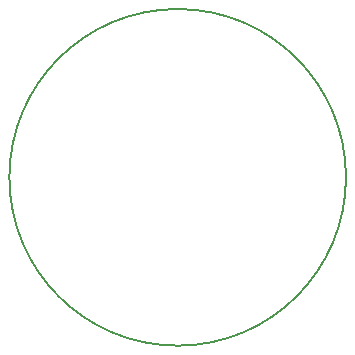
<source format=gbr>
%TF.GenerationSoftware,KiCad,Pcbnew,4.0.7*%
%TF.CreationDate,2017-11-15T23:53:34+08:00*%
%TF.ProjectId,finalRoundNixie,66696E616C526F756E644E697869652E,rev?*%
%TF.FileFunction,Other,User*%
%FSLAX46Y46*%
G04 Gerber Fmt 4.6, Leading zero omitted, Abs format (unit mm)*
G04 Created by KiCad (PCBNEW 4.0.7) date 11/15/17 23:53:34*
%MOMM*%
%LPD*%
G01*
G04 APERTURE LIST*
%ADD10C,0.100000*%
%ADD11C,0.150000*%
G04 APERTURE END LIST*
D10*
D11*
X32393155Y-20035798D02*
G75*
G03X32393155Y-20035798I-14250000J0D01*
G01*
M02*

</source>
